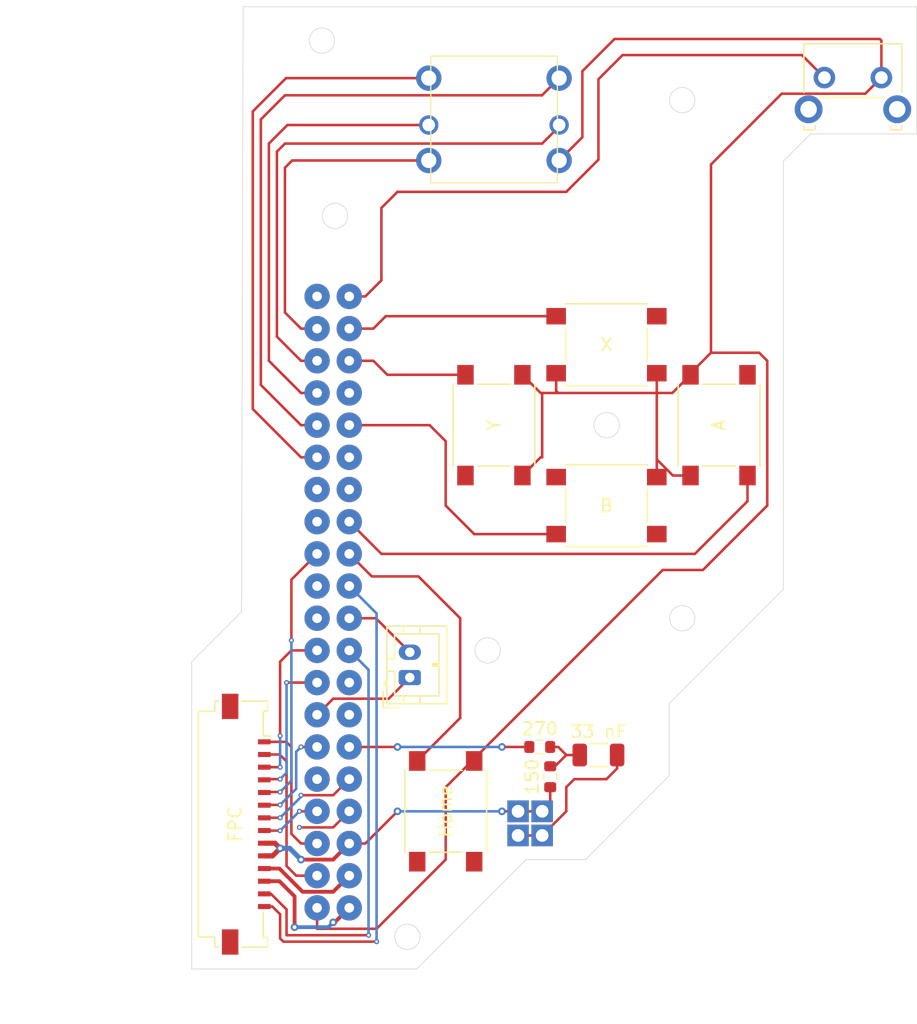
<source format=kicad_pcb>
(kicad_pcb (version 20221018) (generator pcbnew)
  (layers (0 "F.Cu" signal) (31 "B.Cu" signal) (34 "B.Paste" user) (35 "F.Paste" user) (36 "B.SilkS" user "B.Silkscreen") (37 "F.SilkS" user "F.Silkscreen") (38 "B.Mask" user) (39 "F.Mask" user) (44 "Edge.Cuts" user))
  (net 0 "")
  (footprint "Button_Switch_THT:SW_Tactile_SKHH_Angled" (layer "F.Cu") (at 253.437 65.278)
    (fp_text reference "REF**" hide)
    (fp_text value "SW_Tactile_SKHH_Angled" hide)
    (fp_line (start -1.62 -2.67) (end -1.62 1.18) (stroke (width 0.12)) (layer "F.SilkS"))
    (fp_line (start -1.62 3.82) (end -1.62 4.12) (stroke (width 0.12)) (layer "F.SilkS"))
    (fp_line (start -0.73 4.12) (end -1.62 4.12) (stroke (width 0.12)) (layer "F.SilkS"))
    (fp_line (start -0.73 4.12) (end -0.73 3.77) (stroke (width 0.12)) (layer "F.SilkS"))
    (fp_line (start -0.24 1.57) (end 4.74 1.57) (stroke (width 0.12)) (layer "F.SilkS"))
    (fp_line (start 5.23 4.12) (end 5.23 3.77) (stroke (width 0.12)) (layer "F.SilkS"))
    (fp_line (start 6.12 -2.67) (end -1.62 -2.67) (stroke (width 0.12)) (layer "F.SilkS"))
    (fp_line (start 6.12 1.18) (end 6.12 -2.67) (stroke (width 0.12)) (layer "F.SilkS"))
    (fp_line (start 6.12 3.82) (end 6.12 4.12) (stroke (width 0.12)) (layer "F.SilkS"))
    (fp_line (start 6.12 4.12) (end 5.23 4.12) (stroke (width 0.12)) (layer "F.SilkS"))
    (pad "" thru_hole circle (at -1.25 2.5 180) (size 2.2 2.2) (drill 1.3) (layers "*.Cu" "*.Mask"))
    (pad "" thru_hole circle (at 5.75 2.5 180) (size 2.2 2.2) (drill 1.3) (layers "*.Cu" "*.Mask"))
    (pad "Out" thru_hole circle (at 0 0 180) (size 1.7 1.7) (drill 1) (layers "*.Cu" "*.Mask"))
    (pad "VCC" thru_hole circle (at 4.5 0 180) (size 1.7 1.7) (drill 1) (layers "*.Cu" "*.Mask"))
  )
  (footprint "Button_Switch_SMD:SW_Push_1P1T_NO_6x6mm_H9.5mm" (layer "F.Cu") (at 227.33 92.71 -90)
    (fp_text reference "Y" (at 0 0 90) (layer "F.SilkS"))
    (fp_text value "SW_Push_1P1T_NO_6x6mm_H9.5mm" hide)
    (fp_line (start -3.23 -3.23) (end 3.23 -3.23) (stroke (width 0.12)) (layer "F.SilkS"))
    (fp_line (start -3.23 -3.2) (end -3.23 -3.23) (stroke (width 0.12)) (layer "F.SilkS"))
    (fp_line (start -3.23 -1.3) (end -3.23 1.3) (stroke (width 0.12)) (layer "F.SilkS"))
    (fp_line (start -3.23 3.23) (end -3.23 3.2) (stroke (width 0.12)) (layer "F.SilkS"))
    (fp_line (start -3.23 3.23) (end 3.23 3.23) (stroke (width 0.12)) (layer "F.SilkS"))
    (fp_line (start 3.23 -3.23) (end 3.23 -3.2) (stroke (width 0.12)) (layer "F.SilkS"))
    (fp_line (start 3.23 -1.3) (end 3.23 1.3) (stroke (width 0.12)) (layer "F.SilkS"))
    (fp_line (start 3.23 3.23) (end 3.23 3.2) (stroke (width 0.12)) (layer "F.SilkS"))
    (pad "1" smd rect (at -3.975 -2.25 270) (size 1.55 1.3) (layers "F.Cu" "F.Paste" "F.Mask"))
    (pad "1" smd rect (at 3.975 -2.25 270) (size 1.55 1.3) (layers "F.Cu" "F.Paste" "F.Mask"))
    (pad "2" smd rect (at -3.975 2.25 270) (size 1.55 1.3) (layers "F.Cu" "F.Paste" "F.Mask"))
    (pad "2" smd rect (at 3.975 2.25 270) (size 1.55 1.3) (layers "F.Cu" "F.Paste" "F.Mask"))
  )
  (footprint "" (layer "F.Cu") (at 231.14 125.095)
    (fp_text reference "" (at 0 0) (layer "F.SilkS") (effects (font (size 1.27 1.27))))
    (fp_text value "" (at 0 0) (layer "F.SilkS") (effects (font (size 1.27 1.27))))
    (pad "SPKR" thru_hole rect (at 0 0) (size 1.7 1.7) (drill 1) (layers "*.Cu" "*.Mask"))
  )
  (footprint "Capacitor_SMD:C_1206_3216Metric" (layer "F.Cu") (at 235.585 118.745)
    (fp_text reference "33 nF" (at 0 -1.85) (layer "F.SilkS"))
    (fp_text value "C_1206_3216Metric" hide)
    (fp_line (start -0.711252 -0.91) (end 0.711252 -0.91) (stroke (width 0.12)) (layer "F.SilkS"))
    (fp_line (start -0.711252 0.91) (end 0.711252 0.91) (stroke (width 0.12)) (layer "F.SilkS"))
    (pad "1" smd roundrect (at -1.475 0) (size 1.15 1.8) (layers "F.Cu" "F.Paste" "F.Mask") (roundrect_rratio 0.2173913043))
    (pad "2" smd roundrect (at 1.475 0) (size 1.15 1.8) (layers "F.Cu" "F.Paste" "F.Mask") (roundrect_rratio 0.2173913043))
  )
  (footprint "Button_Switch_SMD:SW_Push_1P1T_NO_6x6mm_H9.5mm" (layer "F.Cu") (at 245.11 92.71 -90)
    (fp_text reference "A" (at 0 0 90) (layer "F.SilkS"))
    (fp_text value "SW_Push_1P1T_NO_6x6mm_H9.5mm" hide)
    (fp_line (start -3.23 -3.23) (end 3.23 -3.23) (stroke (width 0.12)) (layer "F.SilkS"))
    (fp_line (start -3.23 -3.2) (end -3.23 -3.23) (stroke (width 0.12)) (layer "F.SilkS"))
    (fp_line (start -3.23 -1.3) (end -3.23 1.3) (stroke (width 0.12)) (layer "F.SilkS"))
    (fp_line (start -3.23 3.23) (end -3.23 3.2) (stroke (width 0.12)) (layer "F.SilkS"))
    (fp_line (start -3.23 3.23) (end 3.23 3.23) (stroke (width 0.12)) (layer "F.SilkS"))
    (fp_line (start 3.23 -3.23) (end 3.23 -3.2) (stroke (width 0.12)) (layer "F.SilkS"))
    (fp_line (start 3.23 -1.3) (end 3.23 1.3) (stroke (width 0.12)) (layer "F.SilkS"))
    (fp_line (start 3.23 3.23) (end 3.23 3.2) (stroke (width 0.12)) (layer "F.SilkS"))
    (pad "1" smd rect (at -3.975 -2.25 270) (size 1.55 1.3) (layers "F.Cu" "F.Paste" "F.Mask"))
    (pad "1" smd rect (at 3.975 -2.25 270) (size 1.55 1.3) (layers "F.Cu" "F.Paste" "F.Mask"))
    (pad "2" smd rect (at -3.975 2.25 270) (size 1.55 1.3) (layers "F.Cu" "F.Paste" "F.Mask"))
    (pad "2" smd rect (at 3.975 2.25 270) (size 1.55 1.3) (layers "F.Cu" "F.Paste" "F.Mask"))
  )
  (footprint "Resistor_SMD:R_0603_1608Metric" (layer "F.Cu") (at 231.775 120.46 90)
    (fp_text reference "150" (at 0 -1.43 90) (layer "F.SilkS"))
    (fp_text value "R_0603_1608Metric" hide)
    (fp_line (start -0.237258 -0.5225) (end 0.237258 -0.5225) (stroke (width 0.12)) (layer "F.SilkS"))
    (fp_line (start -0.237258 0.5225) (end 0.237258 0.5225) (stroke (width 0.12)) (layer "F.SilkS"))
    (pad "1" smd roundrect (at -0.825 0 90) (size 0.8 0.95) (layers "F.Cu" "F.Paste" "F.Mask"))
    (pad "2" smd roundrect (at 0.825 0 90) (size 0.8 0.95) (layers "F.Cu" "F.Paste" "F.Mask"))
  )
  (footprint "Custom GBA Tools:4-way Directional Switch" (layer "F.Cu") (at 222.18 65.32)
    (fp_text reference "REF**" hide)
    (fp_text value "4-way Directional Switch" hide)
    (fp_rect (start 0.16 -1.74) (end 10.16 8.26) (stroke (width 0.1)) (fill none) (layer "F.SilkS"))
    (pad "Cen" thru_hole circle (at 10.3 0) (size 2 2) (drill 1.2) (layers "*.Cu" "*.Mask"))
    (pad "E" thru_hole circle (at 10.3 3.7) (size 1.524 1.524) (drill 1) (layers "*.Cu" "*.Mask"))
    (pad "N" thru_hole circle (at 0 0) (size 2 2) (drill 1.2) (layers "*.Cu" "*.Mask"))
    (pad "S" thru_hole circle (at 0 6.5) (size 2 2) (drill 1.2) (layers "*.Cu" "*.Mask"))
    (pad "VCC" thru_hole circle (at 10.3 6.5) (size 2 2) (drill 1.2) (layers "*.Cu" "*.Mask"))
    (pad "W" thru_hole circle (at 0 3.7) (size 1.524 1.524) (drill 1) (layers "*.Cu" "*.Mask"))
  )
  (footprint "" (layer "F.Cu") (at 231.14 123.19)
    (fp_text reference "" (at 0 0) (layer "F.SilkS") (effects (font (size 1.27 1.27))))
    (fp_text value "" (at 0 0) (layer "F.SilkS") (effects (font (size 1.27 1.27))))
    (pad "GND" thru_hole rect (at 0 0) (size 1.7 1.7) (drill 1) (layers "*.Cu" "*.Mask"))
  )
  (footprint "Button_Switch_SMD:SW_Push_1P1T_NO_6x6mm_H9.5mm" (layer "F.Cu") (at 223.52 123.19 -90)
    (fp_text reference "Home" (at 0 0 90) (layer "F.SilkS"))
    (fp_text value "SW_Push_1P1T_NO_6x6mm_H9.5mm" hide)
    (fp_line (start -3.23 -3.23) (end 3.23 -3.23) (stroke (width 0.12)) (layer "F.SilkS"))
    (fp_line (start -3.23 -3.2) (end -3.23 -3.23) (stroke (width 0.12)) (layer "F.SilkS"))
    (fp_line (start -3.23 -1.3) (end -3.23 1.3) (stroke (width 0.12)) (layer "F.SilkS"))
    (fp_line (start -3.23 3.23) (end -3.23 3.2) (stroke (width 0.12)) (layer "F.SilkS"))
    (fp_line (start -3.23 3.23) (end 3.23 3.23) (stroke (width 0.12)) (layer "F.SilkS"))
    (fp_line (start 3.23 -3.23) (end 3.23 -3.2) (stroke (width 0.12)) (layer "F.SilkS"))
    (fp_line (start 3.23 -1.3) (end 3.23 1.3) (stroke (width 0.12)) (layer "F.SilkS"))
    (fp_line (start 3.23 3.23) (end 3.23 3.2) (stroke (width 0.12)) (layer "F.SilkS"))
    (pad "1" smd rect (at -3.975 -2.25 270) (size 1.55 1.3) (layers "F.Cu" "F.Paste" "F.Mask"))
    (pad "1" smd rect (at 3.975 -2.25 270) (size 1.55 1.3) (layers "F.Cu" "F.Paste" "F.Mask"))
    (pad "2" smd rect (at -3.975 2.25 270) (size 1.55 1.3) (layers "F.Cu" "F.Paste" "F.Mask"))
    (pad "2" smd rect (at 3.975 2.25 270) (size 1.55 1.3) (layers "F.Cu" "F.Paste" "F.Mask"))
  )
  (footprint "" (layer "F.Cu") (at 229.235 123.19)
    (fp_text reference "" (at 0 0) (layer "F.SilkS") (effects (font (size 1.27 1.27))))
    (fp_text value "" (at 0 0) (layer "F.SilkS") (effects (font (size 1.27 1.27))))
    (pad "GND" thru_hole rect (at 0 0) (size 1.7 1.7) (drill 1) (layers "*.Cu" "*.Mask"))
  )
  (footprint "" (layer "F.Cu") (at 229.235 123.19)
    (fp_text reference "" (at 0 0) (layer "F.SilkS") (effects (font (size 1.27 1.27))))
    (fp_text value "" (at 0 0) (layer "F.SilkS") (effects (font (size 1.27 1.27))))
    (pad "GND" thru_hole rect (at 0 0) (size 1.7 1.7) (drill 1) (layers "*.Cu" "*.Mask"))
  )
  (footprint "Resistor_SMD:R_0603_1608Metric" (layer "F.Cu") (at 230.95 118.11)
    (fp_text reference "270" (at 0 -1.43) (layer "F.SilkS"))
    (fp_text value "R_0603_1608Metric" hide)
    (fp_line (start -0.237258 -0.5225) (end 0.237258 -0.5225) (stroke (width 0.12)) (layer "F.SilkS"))
    (fp_line (start -0.237258 0.5225) (end 0.237258 0.5225) (stroke (width 0.12)) (layer "F.SilkS"))
    (pad "1" smd roundrect (at -0.825 0) (size 0.8 0.95) (layers "F.Cu" "F.Paste" "F.Mask"))
    (pad "2" smd roundrect (at 0.825 0) (size 0.8 0.95) (layers "F.Cu" "F.Paste" "F.Mask"))
  )
  (footprint "Button_Switch_SMD:SW_Push_1P1T_NO_6x6mm_H9.5mm" (layer "F.Cu") (at 236.22 99.06)
    (fp_text reference "B" (at 0 0) (layer "F.SilkS"))
    (fp_text value "SW_Push_1P1T_NO_6x6mm_H9.5mm" hide)
    (fp_line (start -3.23 -3.23) (end 3.23 -3.23) (stroke (width 0.12)) (layer "F.SilkS"))
    (fp_line (start -3.23 -3.2) (end -3.23 -3.23) (stroke (width 0.12)) (layer "F.SilkS"))
    (fp_line (start -3.23 -1.3) (end -3.23 1.3) (stroke (width 0.12)) (layer "F.SilkS"))
    (fp_line (start -3.23 3.23) (end -3.23 3.2) (stroke (width 0.12)) (layer "F.SilkS"))
    (fp_line (start -3.23 3.23) (end 3.23 3.23) (stroke (width 0.12)) (layer "F.SilkS"))
    (fp_line (start 3.23 -3.23) (end 3.23 -3.2) (stroke (width 0.12)) (layer "F.SilkS"))
    (fp_line (start 3.23 -1.3) (end 3.23 1.3) (stroke (width 0.12)) (layer "F.SilkS"))
    (fp_line (start 3.23 3.23) (end 3.23 3.2) (stroke (width 0.12)) (layer "F.SilkS"))
    (pad "1" smd rect (at -3.975 -2.25) (size 1.55 1.3) (layers "F.Cu" "F.Paste" "F.Mask"))
    (pad "1" smd rect (at 3.975 -2.25) (size 1.55 1.3) (layers "F.Cu" "F.Paste" "F.Mask"))
    (pad "2" smd rect (at -3.975 2.25) (size 1.55 1.3) (layers "F.Cu" "F.Paste" "F.Mask"))
    (pad "2" smd rect (at 3.975 2.25) (size 1.55 1.3) (layers "F.Cu" "F.Paste" "F.Mask"))
  )
  (footprint "Connector_FFC-FPC:Molex_200528-0140_1x14-1MP_P1.00mm_Horizontal" (layer "F.Cu") (at 208.28 124.206 -90)
    (fp_text reference "FPC" (at 0 1.397 90) (layer "F.SilkS"))
    (fp_text value "Molex_200528-0140_1x14-1MP_P1.00mm_Horizontal" hide)
    (fp_line (start -9.71 -1.17) (end -9.71 0.88) (stroke (width 0.12)) (layer "F.SilkS"))
    (fp_line (start -9.71 2.7) (end -9.71 3) (stroke (width 0.12)) (layer "F.SilkS"))
    (fp_line (start -9.71 3) (end -8.91 3) (stroke (width 0.12)) (layer "F.SilkS"))
    (fp_line (start -8.94 -1.17) (end -9.71 -1.17) (stroke (width 0.12)) (layer "F.SilkS"))
    (fp_line (start -8.94 -0.82) (end -8.94 -1.17) (stroke (width 0.12)) (layer "F.SilkS"))
    (fp_line (start -8.91 3) (end -8.91 4.3) (stroke (width 0.12)) (layer "F.SilkS"))
    (fp_line (start -8.91 4.3) (end 8.91 4.3) (stroke (width 0.12)) (layer "F.SilkS"))
    (fp_line (start -6.96 -1.41) (end -6.96 -0.82) (stroke (width 0.12)) (layer "F.SilkS"))
    (fp_line (start -6.96 -0.82) (end -8.94 -0.82) (stroke (width 0.12)) (layer "F.SilkS"))
    (fp_line (start 8.91 3) (end 9.71 3) (stroke (width 0.12)) (layer "F.SilkS"))
    (fp_line (start 8.91 4.3) (end 8.91 3) (stroke (width 0.12)) (layer "F.SilkS"))
    (fp_line (start 8.94 -1.17) (end 8.94 -0.82) (stroke (width 0.12)) (layer "F.SilkS"))
    (fp_line (start 8.94 -0.82) (end 6.96 -0.82) (stroke (width 0.12)) (layer "F.SilkS"))
    (fp_line (start 9.71 -1.17) (end 8.94 -1.17) (stroke (width 0.12)) (layer "F.SilkS"))
    (fp_line (start 9.71 0.88) (end 9.71 -1.17) (stroke (width 0.12)) (layer "F.SilkS"))
    (fp_line (start 9.71 3) (end 9.71 2.7) (stroke (width 0.12)) (layer "F.SilkS"))
    (pad "1" smd rect (at -6.5 -0.91 270) (size 0.4 1) (layers "F.Cu" "F.Paste" "F.Mask"))
    (pad "2" smd rect (at -5.5 -0.91 270) (size 0.4 1) (layers "F.Cu" "F.Paste" "F.Mask"))
    (pad "3" smd rect (at -4.5 -0.91 270) (size 0.4 1) (layers "F.Cu" "F.Paste" "F.Mask"))
    (pad "4" smd rect (at -3.5 -0.91 270) (size 0.4 1) (layers "F.Cu" "F.Paste" "F.Mask"))
    (pad "5" smd rect (at -2.5 -0.91 270) (size 0.4 1) (layers "F.Cu" "F.Paste" "F.Mask"))
    (pad "6" smd rect (at -1.5 -0.91 270) (size 0.4 1) (layers "F.Cu" "F.Paste" "F.Mask"))
    (pad "7" smd rect (at -0.5 -0.91 270) (size 0.4 1) (layers "F.Cu" "F.Paste" "F.Mask"))
    (pad "8" smd rect (at 0.5 -0.91 270) (size 0.4 1) (layers "F.Cu" "F.Paste" "F.Mask"))
    (pad "9" smd rect (at 1.5 -0.91 270) (size 0.4 1) (layers "F.Cu" "F.Paste" "F.Mask"))
    (pad "10" smd rect (at 2.5 -0.91 270) (size 0.4 1) (layers "F.Cu" "F.Paste" "F.Mask"))
    (pad "11" smd rect (at 3.5 -0.91 270) (size 0.4 1) (layers "F.Cu" "F.Paste" "F.Mask"))
    (pad "12" smd rect (at 4.5 -0.91 270) (size 0.4 1) (layers "F.Cu" "F.Paste" "F.Mask"))
    (pad "13" smd rect (at 5.5 -0.91 270) (size 0.4 1) (layers "F.Cu" "F.Paste" "F.Mask"))
    (pad "14" smd rect (at 6.5 -0.91 270) (size 0.4 1) (layers "F.Cu" "F.Paste" "F.Mask"))
    (pad "MP" smd rect (at -9.3 1.79 270) (size 2 1.3) (layers "F.Cu" "F.Paste" "F.Mask"))
    (pad "MP" smd rect (at 9.3 1.79 270) (size 2 1.3) (layers "F.Cu" "F.Paste" "F.Mask"))
  )
  (footprint "Connector_JST:JST_PH_B2B-PH-K_1x02_P2.00mm_Vertical" (layer "F.Cu") (at 220.684 112.633 90)
    (fp_text reference "REF**" hide)
    (fp_text value "JST_PH_B2B-PH-K_1x02_P2.00mm_Vertical" hide)
    (fp_line (start -2.36 -2.11) (end -2.36 -0.86) (stroke (width 0.12)) (layer "F.SilkS"))
    (fp_line (start -2.06 -1.81) (end -2.06 2.91) (stroke (width 0.12)) (layer "F.SilkS"))
    (fp_line (start -2.06 -0.5) (end -1.45 -0.5) (stroke (width 0.12)) (layer "F.SilkS"))
    (fp_line (start -2.06 0.8) (end -1.45 0.8) (stroke (width 0.12)) (layer "F.SilkS"))
    (fp_line (start -2.06 2.91) (end 4.06 2.91) (stroke (width 0.12)) (layer "F.SilkS"))
    (fp_line (start -1.45 -1.2) (end -1.45 2.3) (stroke (width 0.12)) (layer "F.SilkS"))
    (fp_line (start -1.45 2.3) (end 3.45 2.3) (stroke (width 0.12)) (layer "F.SilkS"))
    (fp_line (start -1.11 -2.11) (end -2.36 -2.11) (stroke (width 0.12)) (layer "F.SilkS"))
    (fp_line (start -0.6 -2.01) (end -0.6 -1.81) (stroke (width 0.12)) (layer "F.SilkS"))
    (fp_line (start -0.3 -2.01) (end -0.6 -2.01) (stroke (width 0.12)) (layer "F.SilkS"))
    (fp_line (start -0.3 -1.91) (end -0.6 -1.91) (stroke (width 0.12)) (layer "F.SilkS"))
    (fp_line (start -0.3 -1.81) (end -0.3 -2.01) (stroke (width 0.12)) (layer "F.SilkS"))
    (fp_line (start 0.5 -1.81) (end 0.5 -1.2) (stroke (width 0.12)) (layer "F.SilkS"))
    (fp_line (start 0.5 -1.2) (end -1.45 -1.2) (stroke (width 0.12)) (layer "F.SilkS"))
    (fp_line (start 0.9 1.8) (end 1.1 1.8) (stroke (width 0.12)) (layer "F.SilkS"))
    (fp_line (start 0.9 2.3) (end 0.9 1.8) (stroke (width 0.12)) (layer "F.SilkS"))
    (fp_line (start 1 2.3) (end 1 1.8) (stroke (width 0.12)) (layer "F.SilkS"))
    (fp_line (start 1.1 1.8) (end 1.1 2.3) (stroke (width 0.12)) (layer "F.SilkS"))
    (fp_line (start 1.5 -1.2) (end 1.5 -1.81) (stroke (width 0.12)) (layer "F.SilkS"))
    (fp_line (start 3.45 -1.2) (end 1.5 -1.2) (stroke (width 0.12)) (layer "F.SilkS"))
    (fp_line (start 3.45 2.3) (end 3.45 -1.2) (stroke (width 0.12)) (layer "F.SilkS"))
    (fp_line (start 4.06 -1.81) (end -2.06 -1.81) (stroke (width 0.12)) (layer "F.SilkS"))
    (fp_line (start 4.06 -0.5) (end 3.45 -0.5) (stroke (width 0.12)) (layer "F.SilkS"))
    (fp_line (start 4.06 0.8) (end 3.45 0.8) (stroke (width 0.12)) (layer "F.SilkS"))
    (fp_line (start 4.06 2.91) (end 4.06 -1.81) (stroke (width 0.12)) (layer "F.SilkS"))
    (pad "1" thru_hole roundrect (at 0 0 90) (size 1.2 1.75) (drill 0.75) (layers "*.Cu" "*.Mask") (roundrect_rratio 0.2083333333))
    (pad "2" thru_hole oval (at 2 0 90) (size 1.2 1.75) (drill 0.75) (layers "*.Cu" "*.Mask"))
  )
  (footprint "Button_Switch_SMD:SW_Push_1P1T_NO_6x6mm_H9.5mm" (layer "F.Cu") (at 236.22 86.36)
    (fp_text reference "X" (at 0 0) (layer "F.SilkS"))
    (fp_text value "SW_Push_1P1T_NO_6x6mm_H9.5mm" hide)
    (fp_line (start -3.23 -3.23) (end 3.23 -3.23) (stroke (width 0.12)) (layer "F.SilkS"))
    (fp_line (start -3.23 -3.2) (end -3.23 -3.23) (stroke (width 0.12)) (layer "F.SilkS"))
    (fp_line (start -3.23 -1.3) (end -3.23 1.3) (stroke (width 0.12)) (layer "F.SilkS"))
    (fp_line (start -3.23 3.23) (end -3.23 3.2) (stroke (width 0.12)) (layer "F.SilkS"))
    (fp_line (start -3.23 3.23) (end 3.23 3.23) (stroke (width 0.12)) (layer "F.SilkS"))
    (fp_line (start 3.23 -3.23) (end 3.23 -3.2) (stroke (width 0.12)) (layer "F.SilkS"))
    (fp_line (start 3.23 -1.3) (end 3.23 1.3) (stroke (width 0.12)) (layer "F.SilkS"))
    (fp_line (start 3.23 3.23) (end 3.23 3.2) (stroke (width 0.12)) (layer "F.SilkS"))
    (pad "1" smd rect (at -3.975 -2.25) (size 1.55 1.3) (layers "F.Cu" "F.Paste" "F.Mask"))
    (pad "1" smd rect (at 3.975 -2.25) (size 1.55 1.3) (layers "F.Cu" "F.Paste" "F.Mask"))
    (pad "2" smd rect (at -3.975 2.25) (size 1.55 1.3) (layers "F.Cu" "F.Paste" "F.Mask"))
    (pad "2" smd rect (at 3.975 2.25) (size 1.55 1.3) (layers "F.Cu" "F.Paste" "F.Mask"))
  )
  (footprint "" (layer "F.Cu") (at 229.235 125.095)
    (fp_text reference "" (at 0 0) (layer "F.SilkS") (effects (font (size 1.27 1.27))))
    (fp_text value "" (at 0 0) (layer "F.SilkS") (effects (font (size 1.27 1.27))))
    (pad "SPKR" thru_hole rect (at 0 0) (size 1.7 1.7) (drill 1) (layers "*.Cu" "*.Mask"))
  )
  (footprint "Custom GBA Tools:Pi GPIO Header" (layer "B.Cu") (at 213.36 107.95)
    (fp_text reference "REF**" hide)
    (fp_text value "Pi GPIO Header" hide)
    (pad "1" thru_hole circle (at 0 22.86) (size 2 2) (drill 0.762) (layers "*.Cu" "*.Mask"))
    (pad "2" thru_hole circle (at 2.54 22.86) (size 2 2) (drill 0.762) (layers "*.Cu" "*.Mask"))
    (pad "3" thru_hole circle (at 0 20.32) (size 2 2) (drill 0.762) (layers "*.Cu" "*.Mask"))
    (pad "4" thru_hole circle (at 2.54 20.32) (size 2 2) (drill 0.762) (layers "*.Cu" "*.Mask"))
    (pad "5" thru_hole circle (at 0 17.78) (size 2 2) (drill 0.762) (layers "*.Cu" "*.Mask"))
    (pad "6" thru_hole circle (at 2.54 17.78) (size 2 2) (drill 0.762) (layers "*.Cu" "*.Mask"))
    (pad "7" thru_hole circle (at 0 15.24) (size 2 2) (drill 0.762) (layers "*.Cu" "*.Mask"))
    (pad "8" thru_hole circle (at 2.54 15.24) (size 2 2) (drill 0.762) (layers "*.Cu" "*.Mask"))
    (pad "9" thru_hole circle (at 0 12.7) (size 2 2) (drill 0.762) (layers "*.Cu" "*.Mask"))
    (pad "10" thru_hole circle (at 2.54 12.7) (size 2 2) (drill 0.762) (layers "*.Cu" "*.Mask"))
    (pad "11" thru_hole circle (at 0 10.16) (size 2 2) (drill 0.762) (layers "*.Cu" "*.Mask"))
    (pad "12" thru_hole circle (at 2.54 10.16) (size 2 2) (drill 0.762) (layers "*.Cu" "*.Mask"))
    (pad "13" thru_hole circle (at 0 7.62) (size 2 2) (drill 0.762) (layers "*.Cu" "*.Mask"))
    (pad "14" thru_hole circle (at 2.54 7.62) (size 2 2) (drill 0.762) (layers "*.Cu" "*.Mask"))
    (pad "15" thru_hole circle (at 0 5.08) (size 2 2) (drill 0.762) (layers "*.Cu" "*.Mask"))
    (pad "16" thru_hole circle (at 2.54 5.08) (size 2 2) (drill 0.762) (layers "*.Cu" "*.Mask"))
    (pad "17" thru_hole circle (at 0 2.54) (size 2 2) (drill 0.762) (layers "*.Cu" "*.Mask"))
    (pad "18" thru_hole circle (at 2.54 2.54) (size 2 2) (drill 0.762) (layers "*.Cu" "*.Mask"))
    (pad "19" thru_hole circle (at 0 0) (size 2 2) (drill 0.762) (layers "*.Cu" "*.Mask"))
    (pad "20" thru_hole circle (at 2.54 0) (size 2 2) (drill 0.762) (layers "*.Cu" "*.Mask"))
    (pad "21" thru_hole circle (at 0 -2.54) (size 2 2) (drill 0.762) (layers "*.Cu" "*.Mask"))
    (pad "22" thru_hole circle (at 2.54 -2.54) (size 2 2) (drill 0.762) (layers "*.Cu" "*.Mask"))
    (pad "23" thru_hole circle (at 0 -5.08) (size 2 2) (drill 0.762) (layers "*.Cu" "*.Mask"))
    (pad "24" thru_hole circle (at 2.54 -5.08) (size 2 2) (drill 0.762) (layers "*.Cu" "*.Mask"))
    (pad "25" thru_hole circle (at 0 -7.62) (size 2 2) (drill 0.762) (layers "*.Cu" "*.Mask"))
    (pad "26" thru_hole circle (at 2.54 -7.62) (size 2 2) (drill 0.762) (layers "*.Cu" "*.Mask"))
    (pad "27" thru_hole circle (at 0 -10.16) (size 2 2) (drill 0.762) (layers "*.Cu" "*.Mask"))
    (pad "28" thru_hole circle (at 2.54 -10.16) (size 2 2) (drill 0.762) (layers "*.Cu" "*.Mask"))
    (pad "29" thru_hole circle (at 0 -12.7) (size 2 2) (drill 0.762) (layers "*.Cu" "*.Mask"))
    (pad "30" thru_hole circle (at 2.54 -12.7) (size 2 2) (drill 0.762) (layers "*.Cu" "*.Mask"))
    (pad "31" thru_hole circle (at 0 -15.24) (size 2 2) (drill 0.762) (layers "*.Cu" "*.Mask"))
    (pad "32" thru_hole circle (at 2.54 -15.24) (size 2 2) (drill 0.762) (layers "*.Cu" "*.Mask"))
    (pad "33" thru_hole circle (at 0 -17.78) (size 2 2) (drill 0.762) (layers "*.Cu" "*.Mask"))
    (pad "34" thru_hole circle (at 2.54 -17.78) (size 2 2) (drill 0.762) (layers "*.Cu" "*.Mask"))
    (pad "35" thru_hole circle (at 0 -20.32) (size 2 2) (drill 0.762) (layers "*.Cu" "*.Mask"))
    (pad "36" thru_hole circle (at 2.54 -20.32) (size 2 2) (drill 0.762) (layers "*.Cu" "*.Mask"))
    (pad "37" thru_hole circle (at 0 -22.86) (size 2 2) (drill 0.762) (layers "*.Cu" "*.Mask"))
    (pad "38" thru_hole circle (at 2.54 -22.86) (size 2 2) (drill 0.762) (layers "*.Cu" "*.Mask"))
    (pad "39" thru_hole circle (at 0 -25.4) (size 2 2) (drill 0.762) (layers "*.Cu" "*.Mask"))
    (pad "40" thru_hole circle (at 2.54 -25.4) (size 2 2) (drill 0.762) (layers "*.Cu" "*.Mask"))
  )
  (gr_line (start 207.391 107.442) (end 207.518 59.69) (stroke (width 0.05)) (layer "Edge.Cuts"))
  (gr_line (start 203.454 111.379) (end 207.391 107.442) (stroke (width 0.05)) (layer "Edge.Cuts"))
  (gr_circle (center 236.236 92.71) (end 237.236 92.71) (stroke (width 0.05)) (fill none) (layer "Edge.Cuts"))
  (gr_circle (center 226.838 110.49) (end 227.838 110.49) (stroke (width 0.05)) (fill none) (layer "Edge.Cuts"))
  (gr_line (start 203.454 135.636) (end 203.454 111.379) (stroke (width 0.05)) (layer "Edge.Cuts"))
  (gr_line (start 250.19 71.882) (end 252.349 69.723) (stroke (width 0.05)) (layer "Edge.Cuts"))
  (gr_line (start 203.454 135.636) (end 221.234 135.636) (stroke (width 0.05)) (layer "Edge.Cuts"))
  (gr_circle (center 214.773 76.2) (end 215.773 76.2) (stroke (width 0.05)) (fill none) (layer "Edge.Cuts"))
  (gr_line (start 250.19 105.664) (end 241.173 114.681) (stroke (width 0.05)) (layer "Edge.Cuts"))
  (gr_line (start 229.87 127) (end 221.234 135.636) (stroke (width 0.05)) (layer "Edge.Cuts"))
  (gr_line (start 207.518 59.69) (end 260.731 59.69) (stroke (width 0.05)) (layer "Edge.Cuts"))
  (gr_line (start 260.731 59.69) (end 260.731 69.723) (stroke (width 0.05)) (layer "Edge.Cuts"))
  (gr_circle (center 213.741 62.357) (end 214.741 62.357) (stroke (width 0.05)) (fill none) (layer "Edge.Cuts"))
  (gr_circle (center 242.205 107.95) (end 243.205 107.95) (stroke (width 0.05)) (fill none) (layer "Edge.Cuts"))
  (gr_line (start 241.173 114.681) (end 241.173 120.396) (stroke (width 0.05)) (layer "Edge.Cuts"))
  (gr_line (start 260.731 69.723) (end 252.349 69.723) (stroke (width 0.05)) (layer "Edge.Cuts"))
  (gr_line (start 234.569 127) (end 229.87 127) (stroke (width 0.05)) (layer "Edge.Cuts"))
  (gr_circle (center 220.488 133.096) (end 221.488 133.096) (stroke (width 0.05)) (fill none) (layer "Edge.Cuts"))
  (gr_line (start 241.173 120.396) (end 234.569 127) (stroke (width 0.05)) (layer "Edge.Cuts"))
  (gr_circle (center 242.205 67.056) (end 243.205 67.056) (stroke (width 0.05)) (fill none) (layer "Edge.Cuts"))
  (gr_line (start 250.19 71.882) (end 250.19 105.664) (stroke (width 0.05)) (layer "Edge.Cuts"))
  (segment (start 247.36 98.715) (end 243.205 102.87) (width 0.2) (layer "F.Cu") (net 0))
  (segment (start 211.963 124.46) (end 214.63 124.46) (width 0.2) (layer "F.Cu") (net 0))
  (segment (start 210.82 70.485) (end 231.14 70.485) (width 0.2) (layer "F.Cu") (net 0))
  (segment (start 214.757 131.953) (end 215.9 130.81) (width 0.3) (layer "F.Cu") (net 0))
  (segment (start 215.9 92.71) (end 222.25 92.71) (width 0.2) (layer "F.Cu") (net 0))
  (segment (start 212.09 85.09) (end 210.82 83.82) (width 0.2) (layer "F.Cu") (net 0))
  (segment (start 210.947 132.969) (end 210.947 130.937) (width 0.2) (layer "F.Cu") (net 0))
  (segment (start 240.195 95.415) (end 240.195 88.61) (width 0.2) (layer "F.Cu") (net 0))
  (segment (start 210.82 66.675) (end 231.125 66.675) (width 0.2) (layer "F.Cu") (net 0))
  (segment (start 241.465 96.685) (end 242.86 96.685) (width 0.2) (layer "F.Cu") (net 0))
  (segment (start 208.28 91.44) (end 208.28 67.945) (width 0.2) (layer "F.Cu") (net 0))
  (segment (start 213.36 130.81) (end 213.36 132.461) (width 0.2) (layer "F.Cu") (net 0))
  (segment (start 225.59 119.215) (end 225.77 119.215) (width 0.2) (layer "F.Cu") (net 0))
  (segment (start 256.667 66.548) (end 257.937 65.278) (width 0.2) (layer "F.Cu") (net 0))
  (segment (start 257.937 62.357) (end 257.937 65.278) (width 0.2) (layer "F.Cu") (net 0))
  (segment (start 231.14 125.095) (end 229.235 125.095) (width 0.2) (layer "F.Cu") (net 0))
  (segment (start 209.19 126.706) (end 209.844 126.706) (width 0.4) (layer "F.Cu") (net 0))
  (segment (start 215.9 128.27) (end 214.63 129.54) (width 0.3) (layer "F.Cu") (net 0))
  (segment (start 212.09 118.11) (end 213.36 118.11) (width 0.2) (layer "F.Cu") (net 0))
  (segment (start 231.775 121.285) (end 231.775 122.555) (width 0.2) (layer "F.Cu") (net 0))
  (segment (start 210.185 71.12) (end 210.82 70.485) (width 0.2) (layer "F.Cu") (net 0))
  (segment (start 241.425 90.17) (end 242.86 88.735) (width 0.2) (layer "F.Cu") (net 0))
  (segment (start 213.36 87.63) (end 212.09 87.63) (width 0.2) (layer "F.Cu") (net 0))
  (segment (start 242.86 88.735) (end 242.86 88.61) (width 0.2) (layer "F.Cu") (net 0))
  (segment (start 247.36 96.685) (end 247.36 98.715) (width 0.2) (layer "F.Cu") (net 0))
  (segment (start 209.198 124.714) (end 209.19 124.706) (width 0.2) (layer "F.Cu") (net 0))
  (segment (start 210.439 122.682) (end 209.214 122.682) (width 0.2) (layer "F.Cu") (net 0))
  (segment (start 215.9 82.55) (end 217.17 82.55) (width 0.2) (layer "F.Cu") (net 0))
  (segment (start 212.09 125.73) (end 211.328 124.968) (width 0.2) (layer "F.Cu") (net 0))
  (segment (start 210.82 72.39) (end 211.39 71.82) (width 0.2) (layer "F.Cu") (net 0))
  (segment (start 240.665 104.14) (end 225.77 119.035) (width 0.2) (layer "F.Cu") (net 0))
  (segment (start 219.017 114.3) (end 220.684 112.633) (width 0.2) (layer "F.Cu") (net 0))
  (segment (start 242.86 88.61) (end 244.475 86.995) (width 0.2) (layer "F.Cu") (net 0))
  (segment (start 257.81 62.23) (end 257.937 62.357) (width 0.2) (layer "F.Cu") (net 0))
  (segment (start 209.827 130.706) (end 210.439 131.318) (width 0.2) (layer "F.Cu") (net 0))
  (segment (start 210.439 133.223) (end 210.693 133.477) (width 0.2) (layer "F.Cu") (net 0))
  (segment (start 213.36 90.17) (end 212.09 90.17) (width 0.2) (layer "F.Cu") (net 0))
  (segment (start 211.328 118.11) (end 210.924 117.706) (width 0.2) (layer "F.Cu") (net 0))
  (segment (start 234.315 64.77) (end 236.855 62.23) (width 0.2) (layer "F.Cu") (net 0))
  (segment (start 231.015 95.25) (end 229.58 96.685) (width 0.2) (layer "F.Cu") (net 0))
  (segment (start 211.328 124.968) (end 211.328 118.11) (width 0.2) (layer "F.Cu") (net 0))
  (segment (start 250.063 66.548) (end 244.475 72.136) (width 0.2) (layer "F.Cu") (net 0))
  (segment (start 217.424 132.969) (end 210.947 132.969) (width 0.2) (layer "F.Cu") (net 0))
  (segment (start 225.77 119.035) (end 225.77 119.215) (width 0.2) (layer "F.Cu") (net 0))
  (segment (start 218.44 102.87) (end 215.9 100.33) (width 0.2) (layer "F.Cu") (net 0))
  (segment (start 235.585 65.405) (end 237.49 63.5) (width 0.2) (layer "F.Cu") (net 0))
  (segment (start 210.905 65.32) (end 222.18 65.32) (width 0.2) (layer "F.Cu") (net 0))
  (segment (start 221.27 119.215) (end 224.663 115.822) (width 0.2) (layer "F.Cu") (net 0))
  (segment (start 211.328 110.49) (end 213.36 110.49) (width 0.2) (layer "F.Cu") (net 0))
  (segment (start 217.805 85.09) (end 218.785 84.11) (width 0.2) (layer "F.Cu") (net 0))
  (segment (start 209.19 130.706) (end 209.827 130.706) (width 0.2) (layer "F.Cu") (net 0))
  (segment (start 212.09 92.71) (end 208.915 89.535) (width 0.2) (layer "F.Cu") (net 0))
  (segment (start 211.015 69.02) (end 222.18 69.02) (width 0.2) (layer "F.Cu") (net 0))
  (segment (start 210.185 85.725) (end 210.185 71.12) (width 0.2) (layer "F.Cu") (net 0))
  (segment (start 211.963 123.19) (end 213.36 123.19) (width 0.2) (layer "F.Cu") (net 0))
  (segment (start 210.947 119.253) (end 210.4 118.706) (width 0.2) (layer "F.Cu") (net 0))
  (segment (start 214.63 129.54) (end 212.217 129.54) (width 0.3) (layer "F.Cu") (net 0))
  (segment (start 233.68 120.65) (end 233.045 121.285) (width 0.2) (layer "F.Cu") (net 0))
  (segment (start 214.63 124.46) (end 215.9 123.19) (width 0.2) (layer "F.Cu") (net 0))
  (segment (start 210.947 113.03) (end 213.36 113.03) (width 0.2) (layer "F.Cu") (net 0))
  (segment (start 227.965 118.11) (end 230.125 118.11) (width 0.2) (layer "F.Cu") (net 0))
  (segment (start 209.19 128.706) (end 210.384 128.706) (width 0.3) (layer "F.Cu") (net 0))
  (segment (start 219.71 74.295) (end 233.045 74.295) (width 0.2) (layer "F.Cu") (net 0))
  (segment (start 232.41 90.17) (end 231.14 90.17) (width 0.2) (layer "F.Cu") (net 0))
  (segment (start 211.582 132.334) (end 211.582 132.207) (width 0.3) (layer "F.Cu") (net 0))
  (segment (start 233.045 118.745) (end 232.41 118.11) (width 0.2) (layer "F.Cu") (net 0))
  (segment (start 248.285 86.995) (end 248.92 87.63) (width 0.2) (layer "F.Cu") (net 0))
  (segment (start 214.63 131.953) (end 214.757 131.953) (width 0.3) (layer "F.Cu") (net 0))
  (segment (start 244.475 86.995) (end 248.285 86.995) (width 0.2) (layer "F.Cu") (net 0))
  (segment (start 231.14 70.485) (end 232.48 69.145) (width 0.2) (layer "F.Cu") (net 0))
  (segment (start 233.045 118.745) (end 234.11 118.745) (width 0.2) (layer "F.Cu") (net 0))
  (segment (start 222.25 92.71) (end 223.52 93.98) (width 0.2) (layer "F.Cu") (net 0))
  (segment (start 212.09 90.17) (end 209.55 87.63) (width 0.2) (layer "F.Cu") (net 0))
  (segment (start 236.855 62.23) (end 257.81 62.23) (width 0.2) (layer "F.Cu") (net 0))
  (segment (start 237.06 118.745) (end 237.06 119.81) (width 0.2) (layer "F.Cu") (net 0))
  (segment (start 233.045 121.285) (end 233.045 123.19) (width 0.2) (layer "F.Cu") (net 0))
  (segment (start 215.9 107.95) (end 218.001 107.95) (width 0.2) (layer "F.Cu") (net 0))
  (segment (start 213.36 92.71) (end 212.09 92.71) (width 0.2) (layer "F.Cu") (net 0))
  (segment (start 212.09 87.63) (end 210.185 85.725) (width 0.2) (layer "F.Cu") (net 0))
  (segment (start 218.44 81.28) (end 218.44 75.565) (width 0.2) (layer "F.Cu") (net 0))
  (segment (start 243.84 104.14) (end 240.665 104.14) (width 0.2) (layer "F.Cu") (net 0))
  (segment (start 232.41 90.17) (end 241.425 90.17) (width 0.2) (layer "F.Cu") (net 0))
  (segment (start 248.92 87.63) (end 248.92 99.06) (width 0.2) (layer "F.Cu") (net 0))
  (segment (start 208.915 68.58) (end 210.82 66.675) (width 0.2) (layer "F.Cu") (net 0))
  (segment (start 210.947 130.937) (end 209.716 129.706) (width 0.2) (layer "F.Cu") (net 0))
  (segment (start 211.328 109.7026) (end 211.328 104.902) (width 0.2) (layer "F.Cu") (net 0))
  (segment (start 233.045 74.295) (end 235.585 71.755) (width 0.2) (layer "F.Cu") (net 0))
  (segment (start 234.315 69.985) (end 234.315 64.77) (width 0.2) (layer "F.Cu") (net 0))
  (segment (start 231.14 95.25) (end 231.015 95.25) (width 0.2) (layer "F.Cu") (net 0))
  (segment (start 210.82 83.82) (end 210.82 72.39) (width 0.2) (layer "F.Cu") (net 0))
  (segment (start 210.439 111.379) (end 211.328 110.49) (width 0.2) (layer "F.Cu") (net 0))
  (segment (start 209.198 123.698) (end 209.19 123.706) (width 0.2) (layer "F.Cu") (net 0))
  (segment (start 237.06 119.81) (end 236.22 120.65) (width 0.2) (layer "F.Cu") (net 0))
  (segment (start 219.71 118.11) (end 215.9 118.11) (width 0.2) (layer "F.Cu") (net 0))
  (segment (start 210.439 131.318) (end 210.439 133.223) (width 0.2) (layer "F.Cu") (net 0))
  (segment (start 231.775 122.555) (end 231.14 123.19) (width 0.2) (layer "F.Cu") (net 0))
  (segment (start 219.71 123.19) (end 217.17 125.73) (width 0.2) (layer "F.Cu") (net 0))
  (segment (start 240.195 95.415) (end 241.465 96.685) (width 0.2) (layer "F.Cu") (net 0))
  (segment (start 227.965 123.19) (end 231.14 123.19) (width 0.2) (layer "F.Cu") (net 0))
  (segment (start 209.844 126.706) (end 210.439 126.111) (width 0.4) (layer "F.Cu") (net 0))
  (segment (start 233.045 123.19) (end 231.14 125.095) (width 0.2) (layer "F.Cu") (net 0))
  (segment (start 237.49 63.5) (end 251.659 63.5) (width 0.2) (layer "F.Cu") (net 0))
  (segment (start 217.805 87.63) (end 218.91 88.735) (width 0.2) (layer "F.Cu") (net 0))
  (segment (start 208.28 67.945) (end 210.905 65.32) (width 0.2) (layer "F.Cu") (net 0))
  (segment (start 243.205 102.87) (end 218.44 102.87) (width 0.2) (layer "F.Cu") (net 0))
  (segment (start 231.125 66.675) (end 232.48 65.32) (width 0.2) (layer "F.Cu") (net 0))
  (segment (start 210.439 119.706) (end 209.19 119.706) (width 0.2) (layer "F.Cu") (net 0))
  (segment (start 211.328 104.902) (end 213.36 102.87) (width 0.2) (layer "F.Cu") (net 0))
  (segment (start 211.709 128.27) (end 210.947 127.508) (width 0.2) (layer "F.Cu") (net 0))
  (segment (start 210.439 117.221) (end 210.439 111.379) (width 0.2) (layer "F.Cu") (net 0))
  (segment (start 214.63 121.92) (end 215.9 120.65) (width 0.2) (layer "F.Cu") (net 0))
  (segment (start 212.09 95.25) (end 208.28 91.44) (width 0.2) (layer "F.Cu") (net 0))
  (segment (start 223.52 93.98) (end 223.52 99.06) (width 0.2) (layer "F.Cu") (net 0))
  (segment (start 210.034 125.706) (end 210.439 126.111) (width 0.4) (layer "F.Cu") (net 0))
  (segment (start 211.582 129.904) (end 211.582 132.334) (width 0.3) (layer "F.Cu") (net 0))
  (segment (start 223.52 99.06) (end 225.77 101.31) (width 0.2) (layer "F.Cu") (net 0))
  (segment (start 223.52 127) (end 223.52 121.285) (width 0.2) (layer "F.Cu") (net 0))
  (segment (start 212.09 125.73) (end 213.36 125.73) (width 0.2) (layer "F.Cu") (net 0))
  (segment (start 248.92 99.06) (end 243.84 104.14) (width 0.2) (layer "F.Cu") (net 0))
  (segment (start 209.55 70.485) (end 211.015 69.02) (width 0.2) (layer "F.Cu") (net 0))
  (segment (start 232.245 90.005) (end 232.245 88.61) (width 0.2) (layer "F.Cu") (net 0))
  (segment (start 232.48 69.145) (end 232.48 69.02) (width 0.2) (layer "F.Cu") (net 0))
  (segment (start 209.214 122.682) (end 209.19 122.706) (width 0.2) (layer "F.Cu") (net 0))
  (segment (start 210.947 127.508) (end 210.947 119.253) (width 0.2) (layer "F.Cu") (net 0))
  (segment (start 218.059 132.461) (end 223.52 127) (width 0.2) (layer "F.Cu") (net 0))
  (segment (start 244.475 72.136) (end 244.475 86.995) (width 0.2) (layer "F.Cu") (net 0))
  (segment (start 214.63 127) (end 215.9 125.73) (width 0.3) (layer "F.Cu") (net 0))
  (segment (start 209.19 125.706) (end 210.034 125.706) (width 0.4) (layer "F.Cu") (net 0))
  (segment (start 208.915 89.535) (end 208.915 68.58) (width 0.2) (layer "F.Cu") (net 0))
  (segment (start 213.36 95.25) (end 212.09 95.25) (width 0.2) (layer "F.Cu") (net 0))
  (segment (start 212.217 129.54) (end 210.383 127.706) (width 0.3) (layer "F.Cu") (net 0))
  (segment (start 231.14 90.17) (end 231.015 90.17) (width 0.2) (layer "F.Cu") (net 0))
  (segment (start 210.693 133.477) (end 218.059 133.477) (width 0.2) (layer "F.Cu") (net 0))
  (segment (start 210.439 121.666) (end 209.23 121.666) (width 0.2) (layer "F.Cu") (net 0))
  (segment (start 218.44 75.565) (end 219.71 74.295) (width 0.2) (layer "F.Cu") (net 0))
  (segment (start 232.48 71.82) (end 234.315 69.985) (width 0.2) (layer "F.Cu") (net 0))
  (segment (start 218.91 88.735) (end 225.08 88.735) (width 0.2) (layer "F.Cu") (net 0))
  (segment (start 209.246 120.65) (end 209.19 120.706) (width 0.2) (layer "F.Cu") (net 0))
  (segment (start 210.924 117.706) (end 209.19 117.706) (width 0.2) (layer "F.Cu") (net 0))
  (segment (start 233.045 118.745) (end 232.155 119.635) (width 0.2) (layer "F.Cu") (net 0))
  (segment (start 210.383 127.706) (end 209.19 127.706) (width 0.3) (layer "F.Cu") (net 0))
  (segment (start 211.39 71.82) (end 222.18 71.82) (width 0.2) (layer "F.Cu") (net 0))
  (segment (start 231.14 90.17) (end 231.14 95.25) (width 0.2) (layer "F.Cu") (net 0))
  (segment (start 217.805 85.09) (end 215.9 85.09) (width 0.2) (layer "F.Cu") (net 0))
  (segment (start 223.52 121.285) (end 225.59 119.215) (width 0.2) (layer "F.Cu") (net 0))
  (segment (start 210.439 123.698) (end 209.198 123.698) (width 0.2) (layer "F.Cu") (net 0))
  (segment (start 209.716 129.706) (end 209.19 129.706) (width 0.2) (layer "F.Cu") (net 0))
  (segment (start 210.384 128.706) (end 211.582 129.904) (width 0.3) (layer "F.Cu") (net 0))
  (segment (start 231.015 90.17) (end 229.58 88.735) (width 0.2) (layer "F.Cu") (net 0))
  (segment (start 224.663 115.822) (end 224.663 107.95) (width 0.2) (layer "F.Cu") (net 0))
  (segment (start 213.36 85.09) (end 212.09 85.09) (width 0.2) (layer "F.Cu") (net 0))
  (segment (start 221.361 104.648) (end 217.678 104.648) (width 0.2) (layer "F.Cu") (net 0))
  (segment (start 251.659 63.5) (end 253.437 65.278) (width 0.2) (layer "F.Cu") (net 0))
  (segment (start 236.22 120.65) (end 233.68 120.65) (width 0.2) (layer "F.Cu") (net 0))
  (segment (start 213.36 115.57) (end 214.63 114.3) (width 0.2) (layer "F.Cu") (net 0))
  (segment (start 217.17 125.73) (end 215.9 125.73) (width 0.2) (layer "F.Cu") (net 0))
  (segment (start 213.36 128.27) (end 211.709 128.27) (width 0.2) (layer "F.Cu") (net 0))
  (segment (start 232.155 119.635) (end 231.775 119.635) (width 0.2) (layer "F.Cu") (net 0))
  (segment (start 225.77 101.31) (end 232.245 101.31) (width 0.2) (layer "F.Cu") (net 0))
  (segment (start 212.09 121.92) (end 214.63 121.92) (width 0.2) (layer "F.Cu") (net 0))
  (segment (start 213.36 132.461) (end 218.059 132.461) (width 0.2) (layer "F.Cu") (net 0))
  (segment (start 212.09 127) (end 214.63 127) (width 0.3) (layer "F.Cu") (net 0))
  (segment (start 224.663 107.95) (end 221.361 104.648) (width 0.2) (layer "F.Cu") (net 0))
  (segment (start 217.17 82.55) (end 218.44 81.28) (width 0.2) (layer "F.Cu") (net 0))
  (segment (start 217.678 104.648) (end 215.9 102.87) (width 0.2) (layer "F.Cu") (net 0))
  (segment (start 250.063 66.548) (end 256.667 66.548) (width 0.2) (layer "F.Cu") (net 0))
  (segment (start 210.4 118.706) (end 209.19 118.706) (width 0.2) (layer "F.Cu") (net 0))
  (segment (start 232.41 90.17) (end 232.245 90.005) (width 0.2) (layer "F.Cu") (net 0))
  (segment (start 210.439 120.65) (end 209.246 120.65) (width 0.2) (layer "F.Cu") (net 0))
  (segment (start 217.805 87.63) (end 215.9 87.63) (width 0.2) (layer "F.Cu") (net 0))
  (segment (start 209.23 121.666) (end 209.19 121.706) (width 0.2) (layer "F.Cu") (net 0))
  (segment (start 214.63 114.3) (end 219.017 114.3) (width 0.2) (layer "F.Cu") (net 0))
  (segment (start 218.785 84.11) (end 232.245 84.11) (width 0.2) (layer "F.Cu") (net 0))
  (segment (start 218.001 107.95) (end 220.684 110.633) (width 0.2) (layer "F.Cu") (net 0))
  (segment (start 209.55 87.63) (end 209.55 70.485) (width 0.2) (layer "F.Cu") (net 0))
  (segment (start 232.41 118.11) (end 231.775 118.11) (width 0.2) (layer "F.Cu") (net 0))
  (segment (start 240.195 95.415) (end 240.195 96.81) (width 0.2) (layer "F.Cu") (net 0))
  (segment (start 235.585 71.755) (end 235.585 65.405) (width 0.2) (layer "F.Cu") (net 0))
  (segment (start 210.439 124.714) (end 209.198 124.714) (width 0.2) (layer "F.Cu") (net 0))
  (via (at 210.439 124.714) (size 0.4) (drill 0.2) (layers "F.Cu" "B.Cu") (net 0))
  (via (at 210.439 121.666) (size 0.4) (drill 0.2) (layers "F.Cu" "B.Cu") (net 0))
  (via (at 210.439 117.221) (size 0.4) (drill 0.2) (layers "F.Cu" "B.Cu") (net 0))
  (via (at 210.439 123.698) (size 0.4) (drill 0.2) (layers "F.Cu" "B.Cu") (net 0))
  (via (at 219.71 123.19) (size 0.6) (drill 0.3) (layers "F.Cu" "B.Cu") (net 0))
  (via (at 218.059 133.477) (size 0.4) (drill 0.2) (layers "F.Cu" "B.Cu") (net 0))
  (via (at 219.71 118.11) (size 0.6) (drill 0.3) (layers "F.Cu" "B.Cu") (net 0))
  (via (at 210.439 119.706) (size 0.4) (drill 0.2) (layers "F.Cu" "B.Cu") (net 0))
  (via (at 212.09 118.11) (size 0.4) (drill 0.2) (layers "F.Cu" "B.Cu") (net 0))
  (via (at 212.09 127) (size 0.6) (drill 0.3) (layers "F.Cu" "B.Cu") (net 0))
  (via (at 211.582 132.334) (size 0.6) (drill 0.3) (layers "F.Cu" "B.Cu") (net 0))
  (via (at 227.965 123.19) (size 0.6) (drill 0.3) (layers "F.Cu" "B.Cu") (net 0))
  (via (at 212.09 121.92) (size 0.4) (drill 0.2) (layers "F.Cu" "B.Cu") (net 0))
  (via (at 217.424 132.969) (size 0.4) (drill 0.2) (layers "F.Cu" "B.Cu") (net 0))
  (via (at 227.965 118.11) (size 0.6) (drill 0.3) (layers "F.Cu" "B.Cu") (net 0))
  (via (at 211.328 109.7026) (size 0.4) (drill 0.2) (layers "F.Cu" "B.Cu") (net 0))
  (via (at 210.439 120.65) (size 0.4) (drill 0.2) (layers "F.Cu" "B.Cu") (net 0))
  (via (at 211.963 124.46) (size 0.4) (drill 0.2) (layers "F.Cu" "B.Cu") (net 0))
  (via (at 210.439 122.682) (size 0.4) (drill 0.2) (layers "F.Cu" "B.Cu") (net 0))
  (via (at 211.963 123.19) (size 0.4) (drill 0.2) (layers "F.Cu" "B.Cu") (net 0))
  (via (at 214.63 131.953) (size 0.6) (drill 0.3) (layers "F.Cu" "B.Cu") (net 0))
  (via (at 210.947 113.03) (size 0.4) (drill 0.2) (layers "F.Cu" "B.Cu") (net 0))
  (via (at 210.439 126.111) (size 0.6) (drill 0.3) (layers "F.Cu" "B.Cu") (net 0))
  (segment (start 212.09 118.11) (end 211.709 118.491) (width 0.2) (layer "B.Cu") (net 0))
  (segment (start 211.963 123.19) (end 210.439 124.714) (width 0.2) (layer "B.Cu") (net 0))
  (segment (start 211.582 132.334) (end 214.249 132.334) (width 0.3) (layer "B.Cu") (net 0))
  (segment (start 211.201 126.111) (end 212.09 127) (width 0.4) (layer "B.Cu") (net 0))
  (segment (start 210.947 113.03) (end 210.947 120.142) (width 0.2) (layer "B.Cu") (net 0))
  (segment (start 217.424 132.969) (end 217.424 112.014) (width 0.2) (layer "B.Cu") (net 0))
  (segment (start 217.424 112.014) (end 215.9 110.49) (width 0.2) (layer "B.Cu") (net 0))
  (segment (start 210.439 123.698) (end 212.09 122.047) (width 0.2) (layer "B.Cu") (net 0))
  (segment (start 219.71 118.11) (end 227.965 118.11) (width 0.2) (layer "B.Cu") (net 0))
  (segment (start 210.439 119.706) (end 210.439 117.221) (width 0.2) (layer "B.Cu") (net 0))
  (segment (start 212.09 122.047) (end 212.09 121.92) (width 0.2) (layer "B.Cu") (net 0))
  (segment (start 218.059 107.569) (end 215.9 105.41) (width 0.2) (layer "B.Cu") (net 0))
  (segment (start 214.249 132.334) (end 214.63 131.953) (width 0.3) (layer "B.Cu") (net 0))
  (segment (start 211.328 120.777) (end 210.439 121.666) (width 0.2) (layer "B.Cu") (net 0))
  (segment (start 211.709 121.412) (end 210.439 122.682) (width 0.2) (layer "B.Cu") (net 0))
  (segment (start 218.059 133.477) (end 218.059 107.569) (width 0.2) (layer "B.Cu") (net 0))
  (segment (start 210.947 120.142) (end 210.439 120.65) (width 0.2) (layer "B.Cu") (net 0))
  (segment (start 227.965 123.19) (end 219.71 123.19) (width 0.2) (layer "B.Cu") (net 0))
  (segment (start 211.709 118.491) (end 211.709 121.412) (width 0.2) (layer "B.Cu") (net 0))
  (segment (start 211.328 109.7026) (end 211.328 120.777) (width 0.2) (layer "B.Cu") (net 0))
  (segment (start 210.439 126.111) (end 211.201 126.111) (width 0.4) (layer "B.Cu") (net 0))
)
</source>
